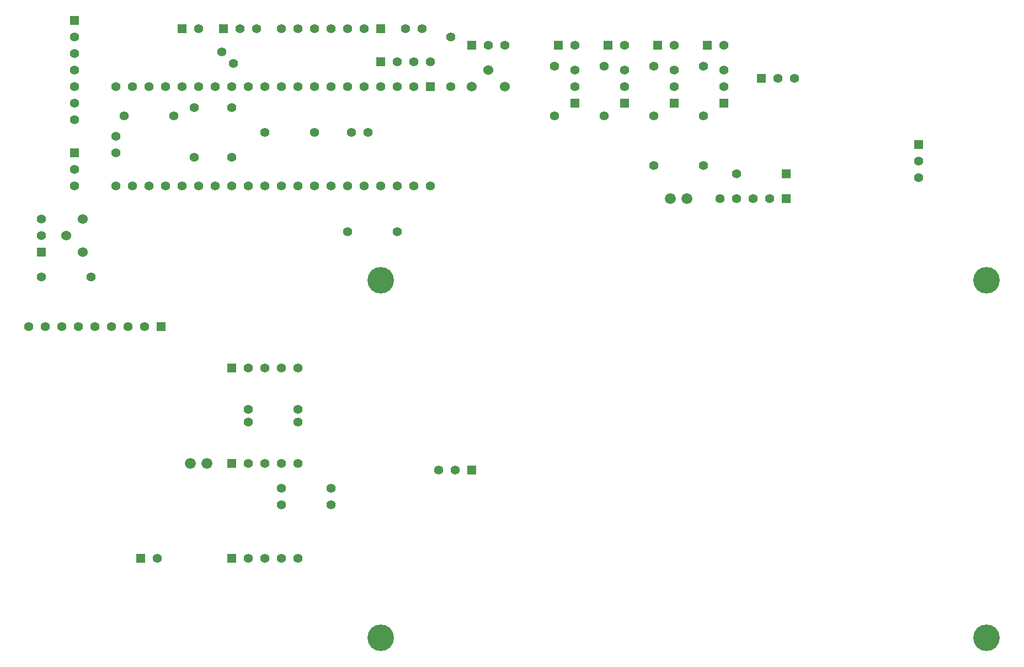
<source format=gbs>
G04 (created by PCBNEW (2013-07-07 BZR 4022)-stable) date 12/12/2015 1:25:57 PM*
%MOIN*%
G04 Gerber Fmt 3.4, Leading zero omitted, Abs format*
%FSLAX34Y34*%
G01*
G70*
G90*
G04 APERTURE LIST*
%ADD10C,0.00590551*%
%ADD11R,0.055X0.055*%
%ADD12C,0.055*%
%ADD13C,0.06*%
%ADD14C,0.066*%
%ADD15C,0.16*%
G04 APERTURE END LIST*
G54D10*
G54D11*
X32750Y-43000D03*
G54D12*
X31750Y-43000D03*
X30750Y-43000D03*
X29750Y-43000D03*
X28750Y-43000D03*
X27750Y-43000D03*
X26750Y-43000D03*
X25750Y-43000D03*
X24750Y-43000D03*
G54D11*
X46000Y-25000D03*
G54D12*
X45000Y-25000D03*
X44000Y-25000D03*
X43000Y-25000D03*
X42000Y-25000D03*
X41000Y-25000D03*
X40000Y-25000D03*
G54D11*
X27500Y-24500D03*
G54D12*
X27500Y-25500D03*
X27500Y-26500D03*
X27500Y-27500D03*
X27500Y-28500D03*
X27500Y-29500D03*
X27500Y-30500D03*
G54D11*
X37000Y-51250D03*
G54D12*
X38000Y-51250D03*
X39000Y-51250D03*
X40000Y-51250D03*
X41000Y-51250D03*
G54D11*
X37000Y-45500D03*
G54D12*
X38000Y-45500D03*
X39000Y-45500D03*
X40000Y-45500D03*
X41000Y-45500D03*
G54D11*
X37000Y-57000D03*
G54D12*
X38000Y-57000D03*
X39000Y-57000D03*
X40000Y-57000D03*
X41000Y-57000D03*
G54D11*
X70500Y-35250D03*
G54D12*
X69500Y-35250D03*
X68500Y-35250D03*
X67500Y-35250D03*
X66500Y-35250D03*
G54D11*
X46000Y-27000D03*
G54D12*
X47000Y-27000D03*
X48000Y-27000D03*
X49000Y-27000D03*
G54D11*
X51500Y-51650D03*
G54D12*
X50500Y-51650D03*
X49500Y-51650D03*
G54D11*
X57750Y-29500D03*
G54D12*
X57750Y-28500D03*
X57750Y-27500D03*
G54D11*
X60750Y-29500D03*
G54D12*
X60750Y-28500D03*
X60750Y-27500D03*
G54D11*
X78500Y-32000D03*
G54D12*
X78500Y-33000D03*
X78500Y-34000D03*
G54D11*
X63750Y-29500D03*
G54D12*
X63750Y-28500D03*
X63750Y-27500D03*
G54D11*
X66750Y-29500D03*
G54D12*
X66750Y-28500D03*
X66750Y-27500D03*
G54D11*
X25500Y-38500D03*
G54D12*
X25500Y-37500D03*
X25500Y-36500D03*
G54D11*
X27500Y-32500D03*
G54D12*
X27500Y-33500D03*
X27500Y-34500D03*
G54D11*
X51500Y-26000D03*
G54D12*
X52500Y-26000D03*
X53500Y-26000D03*
G54D11*
X69000Y-28000D03*
G54D12*
X70000Y-28000D03*
X71000Y-28000D03*
G54D11*
X36500Y-25000D03*
G54D12*
X37500Y-25000D03*
X38500Y-25000D03*
G54D11*
X62750Y-26000D03*
G54D12*
X63750Y-26000D03*
G54D11*
X65750Y-26000D03*
G54D12*
X66750Y-26000D03*
G54D11*
X59750Y-26000D03*
G54D12*
X60750Y-26000D03*
G54D11*
X56750Y-26000D03*
G54D12*
X57750Y-26000D03*
G54D11*
X34000Y-25000D03*
G54D12*
X35000Y-25000D03*
G54D11*
X31500Y-57000D03*
G54D12*
X32500Y-57000D03*
G54D13*
X28000Y-38500D03*
X27000Y-37500D03*
X28000Y-36500D03*
X51500Y-28500D03*
X52500Y-27500D03*
X53500Y-28500D03*
G54D12*
X62500Y-27250D03*
X62500Y-30250D03*
X59500Y-27250D03*
X59500Y-30250D03*
X65500Y-27250D03*
X65500Y-30250D03*
X56500Y-27250D03*
X56500Y-30250D03*
X34750Y-32750D03*
X34750Y-29750D03*
X40000Y-52750D03*
X43000Y-52750D03*
X38000Y-48000D03*
X41000Y-48000D03*
X38000Y-48750D03*
X41000Y-48750D03*
X37000Y-29750D03*
X37000Y-32750D03*
X65500Y-33250D03*
X62500Y-33250D03*
X40000Y-53750D03*
X43000Y-53750D03*
X47000Y-37250D03*
X44000Y-37250D03*
X50250Y-28500D03*
X50250Y-25500D03*
X33500Y-30250D03*
X30500Y-30250D03*
X25500Y-40000D03*
X28500Y-40000D03*
X42000Y-31250D03*
X39000Y-31250D03*
G54D14*
X34500Y-51250D03*
X35500Y-51250D03*
X63500Y-35250D03*
X64500Y-35250D03*
G54D11*
X49000Y-28500D03*
G54D12*
X48000Y-28500D03*
X47000Y-28500D03*
X46000Y-28500D03*
X45000Y-28500D03*
X44000Y-28500D03*
X43000Y-28500D03*
X42000Y-28500D03*
X41000Y-28500D03*
X40000Y-28500D03*
X39000Y-28500D03*
X38000Y-28500D03*
X37000Y-28500D03*
X36000Y-28500D03*
X35000Y-28500D03*
X34000Y-28500D03*
X33000Y-28500D03*
X32000Y-28500D03*
X31000Y-28500D03*
X30000Y-28500D03*
X30000Y-34500D03*
X31000Y-34500D03*
X32000Y-34500D03*
X33000Y-34500D03*
X34000Y-34500D03*
X35000Y-34500D03*
X36000Y-34500D03*
X37000Y-34500D03*
X38000Y-34500D03*
X39000Y-34500D03*
X40000Y-34500D03*
X41000Y-34500D03*
X42000Y-34500D03*
X43000Y-34500D03*
X44000Y-34500D03*
X45000Y-34500D03*
X46000Y-34500D03*
X47000Y-34500D03*
X48000Y-34500D03*
X49000Y-34500D03*
G54D11*
X70500Y-33750D03*
G54D12*
X67500Y-33750D03*
X36396Y-26396D03*
X37103Y-27103D03*
X30000Y-31500D03*
X30000Y-32500D03*
X45250Y-31250D03*
X44250Y-31250D03*
X47500Y-25000D03*
X48500Y-25000D03*
G54D15*
X82600Y-61800D03*
X46000Y-61800D03*
X46000Y-40200D03*
X82600Y-40200D03*
M02*

</source>
